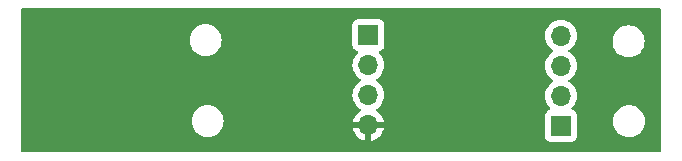
<source format=gbr>
%TF.GenerationSoftware,KiCad,Pcbnew,(7.0.0)*%
%TF.CreationDate,2023-07-16T21:42:08+07:00*%
%TF.ProjectId,Attiny85_USB,41747469-6e79-4383-955f-5553422e6b69,rev?*%
%TF.SameCoordinates,Original*%
%TF.FileFunction,Copper,L2,Bot*%
%TF.FilePolarity,Positive*%
%FSLAX46Y46*%
G04 Gerber Fmt 4.6, Leading zero omitted, Abs format (unit mm)*
G04 Created by KiCad (PCBNEW (7.0.0)) date 2023-07-16 21:42:08*
%MOMM*%
%LPD*%
G01*
G04 APERTURE LIST*
%TA.AperFunction,ComponentPad*%
%ADD10R,1.700000X1.700000*%
%TD*%
%TA.AperFunction,ComponentPad*%
%ADD11O,1.700000X1.700000*%
%TD*%
%TA.AperFunction,ViaPad*%
%ADD12C,0.800000*%
%TD*%
G04 APERTURE END LIST*
D10*
%TO.P,J2,1,Pin_1*%
%TO.N,Net-(J2-Pin_1)*%
X98759999Y-117819999D03*
D11*
%TO.P,J2,2,Pin_2*%
%TO.N,Net-(J2-Pin_2)*%
X98759999Y-115279999D03*
%TO.P,J2,3,Pin_3*%
%TO.N,Net-(J2-Pin_3)*%
X98759999Y-112739999D03*
%TO.P,J2,4,Pin_4*%
%TO.N,+5V*%
X98759999Y-110199999D03*
%TD*%
D10*
%TO.P,J1,1,Pin_1*%
%TO.N,Net-(J1-Pin_1)*%
X82469999Y-110129999D03*
D11*
%TO.P,J1,2,Pin_2*%
%TO.N,Net-(J1-Pin_2)*%
X82469999Y-112669999D03*
%TO.P,J1,3,Pin_3*%
%TO.N,Net-(J1-Pin_3)*%
X82469999Y-115209999D03*
%TO.P,J1,4,Pin_4*%
%TO.N,GND*%
X82469999Y-117749999D03*
%TD*%
D12*
%TO.N,GND*%
X75830000Y-116390000D03*
X91410000Y-116980000D03*
X86940000Y-113840000D03*
X87020000Y-114870000D03*
X75820000Y-109330000D03*
X61010000Y-110230000D03*
%TD*%
%TA.AperFunction,Conductor*%
%TO.N,GND*%
G36*
X107177500Y-107897113D02*
G01*
X107222887Y-107942500D01*
X107239500Y-108004500D01*
X107239500Y-119955500D01*
X107222887Y-120017500D01*
X107177500Y-120062887D01*
X107115500Y-120079500D01*
X53174500Y-120079500D01*
X53112500Y-120062887D01*
X53067113Y-120017500D01*
X53050500Y-119955500D01*
X53050500Y-117420000D01*
X67494341Y-117420000D01*
X67494813Y-117425395D01*
X67500134Y-117486219D01*
X67514937Y-117655408D01*
X67516336Y-117660630D01*
X67516337Y-117660634D01*
X67574694Y-117878430D01*
X67574697Y-117878438D01*
X67576097Y-117883663D01*
X67675965Y-118097829D01*
X67679072Y-118102266D01*
X67679073Y-118102268D01*
X67689969Y-118117829D01*
X67811505Y-118291401D01*
X67978599Y-118458495D01*
X68172171Y-118594035D01*
X68386337Y-118693903D01*
X68614592Y-118755063D01*
X68791034Y-118770500D01*
X68906258Y-118770500D01*
X68908966Y-118770500D01*
X69085408Y-118755063D01*
X69313663Y-118693903D01*
X69527829Y-118594035D01*
X69721401Y-118458495D01*
X69888495Y-118291401D01*
X70024035Y-118097830D01*
X70068464Y-118002551D01*
X81142688Y-118002551D01*
X81143056Y-118013780D01*
X81195168Y-118208263D01*
X81198856Y-118218397D01*
X81294113Y-118422676D01*
X81299501Y-118432008D01*
X81428784Y-118616643D01*
X81435721Y-118624909D01*
X81595090Y-118784278D01*
X81603356Y-118791215D01*
X81787991Y-118920498D01*
X81797323Y-118925886D01*
X82001602Y-119021143D01*
X82011736Y-119024831D01*
X82206219Y-119076943D01*
X82217448Y-119077311D01*
X82220000Y-119066369D01*
X82720000Y-119066369D01*
X82722551Y-119077311D01*
X82733780Y-119076943D01*
X82928263Y-119024831D01*
X82938397Y-119021143D01*
X83142676Y-118925886D01*
X83152008Y-118920498D01*
X83336643Y-118791215D01*
X83344909Y-118784278D01*
X83504278Y-118624909D01*
X83511215Y-118616643D01*
X83640498Y-118432008D01*
X83645886Y-118422676D01*
X83741143Y-118218397D01*
X83744831Y-118208263D01*
X83796943Y-118013780D01*
X83797311Y-118002551D01*
X83786369Y-118000000D01*
X82736326Y-118000000D01*
X82723450Y-118003450D01*
X82720000Y-118016326D01*
X82720000Y-119066369D01*
X82220000Y-119066369D01*
X82220000Y-118016326D01*
X82216549Y-118003450D01*
X82203674Y-118000000D01*
X81153631Y-118000000D01*
X81142688Y-118002551D01*
X70068464Y-118002551D01*
X70123903Y-117883663D01*
X70185063Y-117655408D01*
X70205659Y-117420000D01*
X70185063Y-117184592D01*
X70123903Y-116956337D01*
X70024035Y-116742171D01*
X69888495Y-116548599D01*
X69721401Y-116381505D01*
X69566905Y-116273326D01*
X69532268Y-116249073D01*
X69532266Y-116249072D01*
X69527829Y-116245965D01*
X69333238Y-116155225D01*
X69318572Y-116148386D01*
X69318570Y-116148385D01*
X69313663Y-116146097D01*
X69308438Y-116144697D01*
X69308430Y-116144694D01*
X69090634Y-116086337D01*
X69090630Y-116086336D01*
X69085408Y-116084937D01*
X69080020Y-116084465D01*
X69080017Y-116084465D01*
X68911664Y-116069736D01*
X68911662Y-116069735D01*
X68908966Y-116069500D01*
X68791034Y-116069500D01*
X68788338Y-116069735D01*
X68788335Y-116069736D01*
X68619982Y-116084465D01*
X68619977Y-116084465D01*
X68614592Y-116084937D01*
X68609371Y-116086335D01*
X68609365Y-116086337D01*
X68391569Y-116144694D01*
X68391557Y-116144698D01*
X68386337Y-116146097D01*
X68381432Y-116148383D01*
X68381427Y-116148386D01*
X68177081Y-116243675D01*
X68177077Y-116243677D01*
X68172171Y-116245965D01*
X68167738Y-116249068D01*
X68167731Y-116249073D01*
X67983034Y-116378399D01*
X67983029Y-116378402D01*
X67978599Y-116381505D01*
X67974775Y-116385328D01*
X67974769Y-116385334D01*
X67815336Y-116544767D01*
X67815330Y-116544773D01*
X67811505Y-116548599D01*
X67808406Y-116553023D01*
X67808399Y-116553033D01*
X67679066Y-116737740D01*
X67679061Y-116737747D01*
X67675965Y-116742170D01*
X67673683Y-116747061D01*
X67673678Y-116747072D01*
X67578386Y-116951427D01*
X67578383Y-116951432D01*
X67576097Y-116956337D01*
X67574698Y-116961557D01*
X67574694Y-116961569D01*
X67516337Y-117179365D01*
X67516335Y-117179371D01*
X67514937Y-117184592D01*
X67514465Y-117189977D01*
X67514465Y-117189982D01*
X67505563Y-117291736D01*
X67494341Y-117420000D01*
X53050500Y-117420000D01*
X53050500Y-115210000D01*
X81114341Y-115210000D01*
X81134937Y-115445408D01*
X81136336Y-115450630D01*
X81136337Y-115450634D01*
X81194694Y-115668430D01*
X81194697Y-115668438D01*
X81196097Y-115673663D01*
X81198385Y-115678570D01*
X81198386Y-115678572D01*
X81293678Y-115882927D01*
X81293681Y-115882933D01*
X81295965Y-115887830D01*
X81299064Y-115892257D01*
X81299066Y-115892259D01*
X81428399Y-116076966D01*
X81428402Y-116076970D01*
X81431505Y-116081401D01*
X81598599Y-116248495D01*
X81603031Y-116251598D01*
X81603033Y-116251600D01*
X81784595Y-116378731D01*
X81823460Y-116423049D01*
X81837471Y-116480306D01*
X81823460Y-116537563D01*
X81784595Y-116581881D01*
X81603352Y-116708788D01*
X81595092Y-116715719D01*
X81435719Y-116875092D01*
X81428784Y-116883357D01*
X81299508Y-117067982D01*
X81294110Y-117077332D01*
X81198856Y-117281602D01*
X81195168Y-117291736D01*
X81143056Y-117486219D01*
X81142688Y-117497448D01*
X81153631Y-117500000D01*
X83786369Y-117500000D01*
X83797311Y-117497448D01*
X83796943Y-117486219D01*
X83744831Y-117291736D01*
X83741143Y-117281602D01*
X83645889Y-117077332D01*
X83640491Y-117067982D01*
X83511215Y-116883357D01*
X83504280Y-116875092D01*
X83344909Y-116715721D01*
X83336643Y-116708784D01*
X83155405Y-116581880D01*
X83116540Y-116537562D01*
X83102529Y-116480305D01*
X83116540Y-116423048D01*
X83155406Y-116378730D01*
X83336961Y-116251604D01*
X83336961Y-116251603D01*
X83341401Y-116248495D01*
X83508495Y-116081401D01*
X83644035Y-115887830D01*
X83743903Y-115673663D01*
X83805063Y-115445408D01*
X83819535Y-115280000D01*
X97404341Y-115280000D01*
X97404813Y-115285395D01*
X97418812Y-115445408D01*
X97424937Y-115515408D01*
X97426336Y-115520630D01*
X97426337Y-115520634D01*
X97484694Y-115738430D01*
X97484697Y-115738438D01*
X97486097Y-115743663D01*
X97488385Y-115748570D01*
X97488386Y-115748572D01*
X97583678Y-115952927D01*
X97583681Y-115952933D01*
X97585965Y-115957830D01*
X97589064Y-115962257D01*
X97589066Y-115962259D01*
X97718399Y-116146966D01*
X97718402Y-116146970D01*
X97721505Y-116151401D01*
X97725336Y-116155232D01*
X97843430Y-116273326D01*
X97874726Y-116326072D01*
X97876915Y-116387365D01*
X97849462Y-116442210D01*
X97799083Y-116477189D01*
X97683702Y-116520223D01*
X97667669Y-116526204D01*
X97660572Y-116531516D01*
X97660568Y-116531519D01*
X97559550Y-116607141D01*
X97559546Y-116607144D01*
X97552454Y-116612454D01*
X97547144Y-116619546D01*
X97547141Y-116619550D01*
X97471519Y-116720568D01*
X97471516Y-116720572D01*
X97466204Y-116727669D01*
X97463104Y-116735978D01*
X97463104Y-116735980D01*
X97418620Y-116855247D01*
X97418619Y-116855250D01*
X97415909Y-116862517D01*
X97415079Y-116870227D01*
X97415079Y-116870232D01*
X97409855Y-116918819D01*
X97409854Y-116918831D01*
X97409500Y-116922127D01*
X97409500Y-116925448D01*
X97409500Y-116925449D01*
X97409500Y-118714560D01*
X97409500Y-118714578D01*
X97409501Y-118717872D01*
X97409853Y-118721150D01*
X97409854Y-118721161D01*
X97415079Y-118769768D01*
X97415080Y-118769773D01*
X97415909Y-118777483D01*
X97418619Y-118784749D01*
X97418620Y-118784753D01*
X97452217Y-118874831D01*
X97466204Y-118912331D01*
X97552454Y-119027546D01*
X97667669Y-119113796D01*
X97802517Y-119164091D01*
X97862127Y-119170500D01*
X99657872Y-119170499D01*
X99717483Y-119164091D01*
X99852331Y-119113796D01*
X99967546Y-119027546D01*
X100053796Y-118912331D01*
X100104091Y-118777483D01*
X100110500Y-118717873D01*
X100110499Y-117440000D01*
X103184341Y-117440000D01*
X103184813Y-117445395D01*
X103202715Y-117650017D01*
X103204937Y-117675408D01*
X103206336Y-117680630D01*
X103206337Y-117680634D01*
X103264694Y-117898430D01*
X103264697Y-117898438D01*
X103266097Y-117903663D01*
X103365965Y-118117829D01*
X103501505Y-118311401D01*
X103668599Y-118478495D01*
X103862171Y-118614035D01*
X104076337Y-118713903D01*
X104081567Y-118715304D01*
X104081569Y-118715305D01*
X104103495Y-118721180D01*
X104304592Y-118775063D01*
X104481034Y-118790500D01*
X104596258Y-118790500D01*
X104598966Y-118790500D01*
X104775408Y-118775063D01*
X105003663Y-118713903D01*
X105217829Y-118614035D01*
X105411401Y-118478495D01*
X105578495Y-118311401D01*
X105714035Y-118117830D01*
X105813903Y-117903663D01*
X105875063Y-117675408D01*
X105895659Y-117440000D01*
X105875063Y-117204592D01*
X105813903Y-116976337D01*
X105714035Y-116762171D01*
X105578495Y-116568599D01*
X105411401Y-116401505D01*
X105217829Y-116265965D01*
X105003663Y-116166097D01*
X104998438Y-116164697D01*
X104998430Y-116164694D01*
X104780634Y-116106337D01*
X104780630Y-116106336D01*
X104775408Y-116104937D01*
X104770020Y-116104465D01*
X104770017Y-116104465D01*
X104601664Y-116089736D01*
X104601662Y-116089735D01*
X104598966Y-116089500D01*
X104481034Y-116089500D01*
X104478338Y-116089735D01*
X104478335Y-116089736D01*
X104309982Y-116104465D01*
X104309977Y-116104465D01*
X104304592Y-116104937D01*
X104299371Y-116106335D01*
X104299365Y-116106337D01*
X104081569Y-116164694D01*
X104081557Y-116164698D01*
X104076337Y-116166097D01*
X104071432Y-116168383D01*
X104071427Y-116168386D01*
X103867081Y-116263675D01*
X103867077Y-116263677D01*
X103862171Y-116265965D01*
X103857738Y-116269068D01*
X103857731Y-116269073D01*
X103673034Y-116398399D01*
X103673029Y-116398402D01*
X103668599Y-116401505D01*
X103664775Y-116405328D01*
X103664769Y-116405334D01*
X103505336Y-116564767D01*
X103505330Y-116564773D01*
X103501505Y-116568599D01*
X103498406Y-116573023D01*
X103498399Y-116573033D01*
X103369066Y-116757740D01*
X103369061Y-116757747D01*
X103365965Y-116762170D01*
X103363683Y-116767061D01*
X103363678Y-116767072D01*
X103268386Y-116971427D01*
X103268383Y-116971432D01*
X103266097Y-116976337D01*
X103264698Y-116981557D01*
X103264694Y-116981569D01*
X103206337Y-117199365D01*
X103206335Y-117199371D01*
X103204937Y-117204592D01*
X103204465Y-117209977D01*
X103204465Y-117209982D01*
X103186563Y-117414605D01*
X103184341Y-117440000D01*
X100110499Y-117440000D01*
X100110499Y-116922128D01*
X100104091Y-116862517D01*
X100053796Y-116727669D01*
X99967546Y-116612454D01*
X99926704Y-116581880D01*
X99859431Y-116531519D01*
X99859430Y-116531518D01*
X99852331Y-116526204D01*
X99782359Y-116500106D01*
X99720916Y-116477189D01*
X99670537Y-116442210D01*
X99643084Y-116387365D01*
X99645273Y-116326072D01*
X99676566Y-116273329D01*
X99798495Y-116151401D01*
X99934035Y-115957830D01*
X100033903Y-115743663D01*
X100095063Y-115515408D01*
X100115659Y-115280000D01*
X100095063Y-115044592D01*
X100033903Y-114816337D01*
X99934035Y-114602171D01*
X99798495Y-114408599D01*
X99631401Y-114241505D01*
X99626968Y-114238401D01*
X99626961Y-114238395D01*
X99445842Y-114111575D01*
X99406976Y-114067257D01*
X99392965Y-114010000D01*
X99406976Y-113952743D01*
X99445842Y-113908425D01*
X99626961Y-113781604D01*
X99626961Y-113781603D01*
X99631401Y-113778495D01*
X99798495Y-113611401D01*
X99934035Y-113417830D01*
X100033903Y-113203663D01*
X100095063Y-112975408D01*
X100115659Y-112740000D01*
X100095063Y-112504592D01*
X100033903Y-112276337D01*
X99934035Y-112062171D01*
X99798495Y-111868599D01*
X99631401Y-111701505D01*
X99626968Y-111698401D01*
X99626961Y-111698395D01*
X99445842Y-111571575D01*
X99406976Y-111527257D01*
X99392965Y-111470000D01*
X99406976Y-111412743D01*
X99445842Y-111368425D01*
X99626961Y-111241604D01*
X99626961Y-111241603D01*
X99631401Y-111238495D01*
X99798495Y-111071401D01*
X99934035Y-110877830D01*
X100030948Y-110670000D01*
X103134341Y-110670000D01*
X103134813Y-110675395D01*
X103152911Y-110882259D01*
X103154937Y-110905408D01*
X103156336Y-110910630D01*
X103156337Y-110910634D01*
X103214694Y-111128430D01*
X103214697Y-111128438D01*
X103216097Y-111133663D01*
X103315965Y-111347829D01*
X103319072Y-111352266D01*
X103319073Y-111352268D01*
X103361418Y-111412743D01*
X103451505Y-111541401D01*
X103618599Y-111708495D01*
X103812171Y-111844035D01*
X104026337Y-111943903D01*
X104254592Y-112005063D01*
X104431034Y-112020500D01*
X104546258Y-112020500D01*
X104548966Y-112020500D01*
X104725408Y-112005063D01*
X104953663Y-111943903D01*
X105167829Y-111844035D01*
X105361401Y-111708495D01*
X105528495Y-111541401D01*
X105664035Y-111347830D01*
X105763903Y-111133663D01*
X105825063Y-110905408D01*
X105845659Y-110670000D01*
X105825063Y-110434592D01*
X105763903Y-110206337D01*
X105664035Y-109992171D01*
X105528495Y-109798599D01*
X105361401Y-109631505D01*
X105228431Y-109538399D01*
X105172268Y-109499073D01*
X105172266Y-109499072D01*
X105167829Y-109495965D01*
X104953663Y-109396097D01*
X104948438Y-109394697D01*
X104948430Y-109394694D01*
X104730634Y-109336337D01*
X104730630Y-109336336D01*
X104725408Y-109334937D01*
X104720020Y-109334465D01*
X104720017Y-109334465D01*
X104551664Y-109319736D01*
X104551662Y-109319735D01*
X104548966Y-109319500D01*
X104431034Y-109319500D01*
X104428338Y-109319735D01*
X104428335Y-109319736D01*
X104259982Y-109334465D01*
X104259977Y-109334465D01*
X104254592Y-109334937D01*
X104249371Y-109336335D01*
X104249365Y-109336337D01*
X104031569Y-109394694D01*
X104031557Y-109394698D01*
X104026337Y-109396097D01*
X104021432Y-109398383D01*
X104021427Y-109398386D01*
X103817081Y-109493675D01*
X103817077Y-109493677D01*
X103812171Y-109495965D01*
X103807738Y-109499068D01*
X103807731Y-109499073D01*
X103623034Y-109628399D01*
X103623029Y-109628402D01*
X103618599Y-109631505D01*
X103614775Y-109635328D01*
X103614769Y-109635334D01*
X103455336Y-109794767D01*
X103455330Y-109794773D01*
X103451505Y-109798599D01*
X103448406Y-109803023D01*
X103448399Y-109803033D01*
X103319066Y-109987740D01*
X103319061Y-109987747D01*
X103315965Y-109992170D01*
X103313683Y-109997061D01*
X103313678Y-109997072D01*
X103218386Y-110201427D01*
X103218383Y-110201432D01*
X103216097Y-110206337D01*
X103214698Y-110211557D01*
X103214694Y-110211569D01*
X103156337Y-110429365D01*
X103156335Y-110429371D01*
X103154937Y-110434592D01*
X103134341Y-110670000D01*
X100030948Y-110670000D01*
X100033903Y-110663663D01*
X100095063Y-110435408D01*
X100115659Y-110200000D01*
X100095063Y-109964592D01*
X100033903Y-109736337D01*
X99934035Y-109522171D01*
X99798495Y-109328599D01*
X99631401Y-109161505D01*
X99626970Y-109158402D01*
X99626966Y-109158399D01*
X99442259Y-109029066D01*
X99442257Y-109029064D01*
X99437830Y-109025965D01*
X99432933Y-109023681D01*
X99432927Y-109023678D01*
X99228572Y-108928386D01*
X99228570Y-108928385D01*
X99223663Y-108926097D01*
X99218438Y-108924697D01*
X99218430Y-108924694D01*
X99000634Y-108866337D01*
X99000630Y-108866336D01*
X98995408Y-108864937D01*
X98990020Y-108864465D01*
X98990017Y-108864465D01*
X98765395Y-108844813D01*
X98760000Y-108844341D01*
X98754605Y-108844813D01*
X98529982Y-108864465D01*
X98529977Y-108864465D01*
X98524592Y-108864937D01*
X98519371Y-108866335D01*
X98519365Y-108866337D01*
X98301569Y-108924694D01*
X98301557Y-108924698D01*
X98296337Y-108926097D01*
X98291432Y-108928383D01*
X98291427Y-108928386D01*
X98087081Y-109023675D01*
X98087077Y-109023677D01*
X98082171Y-109025965D01*
X98077738Y-109029068D01*
X98077731Y-109029073D01*
X97893034Y-109158399D01*
X97893029Y-109158402D01*
X97888599Y-109161505D01*
X97884775Y-109165328D01*
X97884769Y-109165334D01*
X97725334Y-109324769D01*
X97725328Y-109324775D01*
X97721505Y-109328599D01*
X97718402Y-109333029D01*
X97718399Y-109333034D01*
X97589073Y-109517731D01*
X97589068Y-109517738D01*
X97585965Y-109522171D01*
X97583677Y-109527077D01*
X97583675Y-109527081D01*
X97488386Y-109731427D01*
X97488383Y-109731432D01*
X97486097Y-109736337D01*
X97484698Y-109741557D01*
X97484694Y-109741569D01*
X97426337Y-109959365D01*
X97426335Y-109959371D01*
X97424937Y-109964592D01*
X97424465Y-109969977D01*
X97424465Y-109969982D01*
X97412090Y-110111427D01*
X97404341Y-110200000D01*
X97424937Y-110435408D01*
X97426336Y-110440630D01*
X97426337Y-110440634D01*
X97484694Y-110658430D01*
X97484697Y-110658438D01*
X97486097Y-110663663D01*
X97488385Y-110668570D01*
X97488386Y-110668572D01*
X97583678Y-110872927D01*
X97583681Y-110872933D01*
X97585965Y-110877830D01*
X97589064Y-110882257D01*
X97589066Y-110882259D01*
X97718399Y-111066966D01*
X97718402Y-111066970D01*
X97721505Y-111071401D01*
X97888599Y-111238495D01*
X97893032Y-111241599D01*
X97893038Y-111241604D01*
X98074158Y-111368425D01*
X98113024Y-111412743D01*
X98127035Y-111470000D01*
X98113024Y-111527257D01*
X98074159Y-111571575D01*
X97893041Y-111698395D01*
X97888599Y-111701505D01*
X97884775Y-111705328D01*
X97884769Y-111705334D01*
X97725334Y-111864769D01*
X97725328Y-111864775D01*
X97721505Y-111868599D01*
X97718402Y-111873029D01*
X97718399Y-111873034D01*
X97589073Y-112057731D01*
X97589068Y-112057738D01*
X97585965Y-112062171D01*
X97583677Y-112067077D01*
X97583675Y-112067081D01*
X97488386Y-112271427D01*
X97488383Y-112271432D01*
X97486097Y-112276337D01*
X97484698Y-112281557D01*
X97484694Y-112281569D01*
X97426337Y-112499365D01*
X97426335Y-112499371D01*
X97424937Y-112504592D01*
X97404341Y-112740000D01*
X97404813Y-112745395D01*
X97418812Y-112905408D01*
X97424937Y-112975408D01*
X97426336Y-112980630D01*
X97426337Y-112980634D01*
X97484694Y-113198430D01*
X97484697Y-113198438D01*
X97486097Y-113203663D01*
X97488385Y-113208570D01*
X97488386Y-113208572D01*
X97583678Y-113412927D01*
X97583681Y-113412933D01*
X97585965Y-113417830D01*
X97589064Y-113422257D01*
X97589066Y-113422259D01*
X97718399Y-113606966D01*
X97718402Y-113606970D01*
X97721505Y-113611401D01*
X97888599Y-113778495D01*
X97893032Y-113781599D01*
X97893038Y-113781604D01*
X98074158Y-113908425D01*
X98113024Y-113952743D01*
X98127035Y-114010000D01*
X98113024Y-114067257D01*
X98074159Y-114111575D01*
X97893041Y-114238395D01*
X97888599Y-114241505D01*
X97884775Y-114245328D01*
X97884769Y-114245334D01*
X97725334Y-114404769D01*
X97725328Y-114404775D01*
X97721505Y-114408599D01*
X97718402Y-114413029D01*
X97718399Y-114413034D01*
X97589073Y-114597731D01*
X97589068Y-114597738D01*
X97585965Y-114602171D01*
X97583677Y-114607077D01*
X97583675Y-114607081D01*
X97488386Y-114811427D01*
X97488383Y-114811432D01*
X97486097Y-114816337D01*
X97484698Y-114821557D01*
X97484694Y-114821569D01*
X97426337Y-115039365D01*
X97426335Y-115039371D01*
X97424937Y-115044592D01*
X97404341Y-115280000D01*
X83819535Y-115280000D01*
X83825659Y-115210000D01*
X83805063Y-114974592D01*
X83743903Y-114746337D01*
X83644035Y-114532171D01*
X83508495Y-114338599D01*
X83341401Y-114171505D01*
X83336968Y-114168401D01*
X83336961Y-114168395D01*
X83155842Y-114041575D01*
X83116976Y-113997257D01*
X83102965Y-113940000D01*
X83116976Y-113882743D01*
X83155842Y-113838425D01*
X83336961Y-113711604D01*
X83336961Y-113711603D01*
X83341401Y-113708495D01*
X83508495Y-113541401D01*
X83644035Y-113347830D01*
X83743903Y-113133663D01*
X83805063Y-112905408D01*
X83825659Y-112670000D01*
X83805063Y-112434592D01*
X83743903Y-112206337D01*
X83644035Y-111992171D01*
X83508495Y-111798599D01*
X83386569Y-111676673D01*
X83355273Y-111623927D01*
X83353084Y-111562634D01*
X83380537Y-111507789D01*
X83430916Y-111472810D01*
X83562331Y-111423796D01*
X83677546Y-111337546D01*
X83763796Y-111222331D01*
X83814091Y-111087483D01*
X83820500Y-111027873D01*
X83820499Y-109232128D01*
X83814091Y-109172517D01*
X83763796Y-109037669D01*
X83677546Y-108922454D01*
X83602583Y-108866337D01*
X83569431Y-108841519D01*
X83569430Y-108841518D01*
X83562331Y-108836204D01*
X83427483Y-108785909D01*
X83419770Y-108785079D01*
X83419767Y-108785079D01*
X83371180Y-108779855D01*
X83371169Y-108779854D01*
X83367873Y-108779500D01*
X83364550Y-108779500D01*
X81575439Y-108779500D01*
X81575420Y-108779500D01*
X81572128Y-108779501D01*
X81568850Y-108779853D01*
X81568838Y-108779854D01*
X81520231Y-108785079D01*
X81520225Y-108785080D01*
X81512517Y-108785909D01*
X81505252Y-108788618D01*
X81505246Y-108788620D01*
X81385980Y-108833104D01*
X81385978Y-108833104D01*
X81377669Y-108836204D01*
X81370572Y-108841516D01*
X81370568Y-108841519D01*
X81269550Y-108917141D01*
X81269546Y-108917144D01*
X81262454Y-108922454D01*
X81257144Y-108929546D01*
X81257141Y-108929550D01*
X81181519Y-109030568D01*
X81181516Y-109030572D01*
X81176204Y-109037669D01*
X81173104Y-109045978D01*
X81173104Y-109045980D01*
X81128620Y-109165247D01*
X81128619Y-109165250D01*
X81125909Y-109172517D01*
X81125079Y-109180227D01*
X81125079Y-109180232D01*
X81119855Y-109228819D01*
X81119854Y-109228831D01*
X81119500Y-109232127D01*
X81119500Y-109235448D01*
X81119500Y-109235449D01*
X81119500Y-111024560D01*
X81119500Y-111024578D01*
X81119501Y-111027872D01*
X81119853Y-111031150D01*
X81119854Y-111031161D01*
X81125079Y-111079768D01*
X81125080Y-111079773D01*
X81125909Y-111087483D01*
X81128619Y-111094749D01*
X81128620Y-111094753D01*
X81141181Y-111128430D01*
X81176204Y-111222331D01*
X81181518Y-111229430D01*
X81181519Y-111229431D01*
X81202778Y-111257830D01*
X81262454Y-111337546D01*
X81377669Y-111423796D01*
X81487405Y-111464725D01*
X81509082Y-111472810D01*
X81559462Y-111507789D01*
X81586915Y-111562633D01*
X81584726Y-111623926D01*
X81553431Y-111676672D01*
X81431505Y-111798599D01*
X81428402Y-111803029D01*
X81428399Y-111803034D01*
X81299073Y-111987731D01*
X81299068Y-111987738D01*
X81295965Y-111992171D01*
X81293677Y-111997077D01*
X81293675Y-111997081D01*
X81198386Y-112201427D01*
X81198383Y-112201432D01*
X81196097Y-112206337D01*
X81194698Y-112211557D01*
X81194694Y-112211569D01*
X81136337Y-112429365D01*
X81136335Y-112429371D01*
X81134937Y-112434592D01*
X81134465Y-112439977D01*
X81134465Y-112439982D01*
X81128341Y-112509982D01*
X81114341Y-112670000D01*
X81134937Y-112905408D01*
X81136336Y-112910630D01*
X81136337Y-112910634D01*
X81194694Y-113128430D01*
X81194697Y-113128438D01*
X81196097Y-113133663D01*
X81198385Y-113138570D01*
X81198386Y-113138572D01*
X81293678Y-113342927D01*
X81293681Y-113342933D01*
X81295965Y-113347830D01*
X81299064Y-113352257D01*
X81299066Y-113352259D01*
X81428399Y-113536966D01*
X81428402Y-113536970D01*
X81431505Y-113541401D01*
X81598599Y-113708495D01*
X81603032Y-113711599D01*
X81603038Y-113711604D01*
X81784158Y-113838425D01*
X81823024Y-113882743D01*
X81837035Y-113940000D01*
X81823024Y-113997257D01*
X81784159Y-114041575D01*
X81603041Y-114168395D01*
X81598599Y-114171505D01*
X81594775Y-114175328D01*
X81594769Y-114175334D01*
X81435334Y-114334769D01*
X81435328Y-114334775D01*
X81431505Y-114338599D01*
X81428402Y-114343029D01*
X81428399Y-114343034D01*
X81299073Y-114527731D01*
X81299068Y-114527738D01*
X81295965Y-114532171D01*
X81293677Y-114537077D01*
X81293675Y-114537081D01*
X81198386Y-114741427D01*
X81198383Y-114741432D01*
X81196097Y-114746337D01*
X81194698Y-114751557D01*
X81194694Y-114751569D01*
X81136337Y-114969365D01*
X81136335Y-114969371D01*
X81134937Y-114974592D01*
X81134465Y-114979977D01*
X81134465Y-114979982D01*
X81128341Y-115049982D01*
X81114341Y-115210000D01*
X53050500Y-115210000D01*
X53050500Y-110580000D01*
X67324341Y-110580000D01*
X67344937Y-110815408D01*
X67346336Y-110820630D01*
X67346337Y-110820634D01*
X67404694Y-111038430D01*
X67404697Y-111038438D01*
X67406097Y-111043663D01*
X67408385Y-111048570D01*
X67408386Y-111048572D01*
X67420818Y-111075232D01*
X67505965Y-111257829D01*
X67641505Y-111451401D01*
X67808599Y-111618495D01*
X68002171Y-111754035D01*
X68216337Y-111853903D01*
X68444592Y-111915063D01*
X68621034Y-111930500D01*
X68736258Y-111930500D01*
X68738966Y-111930500D01*
X68915408Y-111915063D01*
X69143663Y-111853903D01*
X69357829Y-111754035D01*
X69551401Y-111618495D01*
X69718495Y-111451401D01*
X69854035Y-111257830D01*
X69953903Y-111043663D01*
X70015063Y-110815408D01*
X70035659Y-110580000D01*
X70015063Y-110344592D01*
X69953903Y-110116337D01*
X69854035Y-109902171D01*
X69718495Y-109708599D01*
X69551401Y-109541505D01*
X69357829Y-109405965D01*
X69289908Y-109374293D01*
X69148572Y-109308386D01*
X69148570Y-109308385D01*
X69143663Y-109306097D01*
X69138438Y-109304697D01*
X69138430Y-109304694D01*
X68920634Y-109246337D01*
X68920630Y-109246336D01*
X68915408Y-109244937D01*
X68910020Y-109244465D01*
X68910017Y-109244465D01*
X68741664Y-109229736D01*
X68741662Y-109229735D01*
X68738966Y-109229500D01*
X68621034Y-109229500D01*
X68618338Y-109229735D01*
X68618335Y-109229736D01*
X68449982Y-109244465D01*
X68449977Y-109244465D01*
X68444592Y-109244937D01*
X68439371Y-109246335D01*
X68439365Y-109246337D01*
X68221569Y-109304694D01*
X68221557Y-109304698D01*
X68216337Y-109306097D01*
X68211432Y-109308383D01*
X68211427Y-109308386D01*
X68007081Y-109403675D01*
X68007077Y-109403677D01*
X68002171Y-109405965D01*
X67997738Y-109409068D01*
X67997731Y-109409073D01*
X67813034Y-109538399D01*
X67813029Y-109538402D01*
X67808599Y-109541505D01*
X67804775Y-109545328D01*
X67804769Y-109545334D01*
X67645336Y-109704767D01*
X67645330Y-109704773D01*
X67641505Y-109708599D01*
X67638406Y-109713023D01*
X67638399Y-109713033D01*
X67509066Y-109897740D01*
X67509061Y-109897747D01*
X67505965Y-109902170D01*
X67503683Y-109907061D01*
X67503678Y-109907072D01*
X67408386Y-110111427D01*
X67408383Y-110111432D01*
X67406097Y-110116337D01*
X67404698Y-110121557D01*
X67404694Y-110121569D01*
X67346337Y-110339365D01*
X67346335Y-110339371D01*
X67344937Y-110344592D01*
X67324341Y-110580000D01*
X53050500Y-110580000D01*
X53050500Y-108004500D01*
X53067113Y-107942500D01*
X53112500Y-107897113D01*
X53174500Y-107880500D01*
X107115500Y-107880500D01*
X107177500Y-107897113D01*
G37*
%TD.AperFunction*%
%TD*%
M02*

</source>
